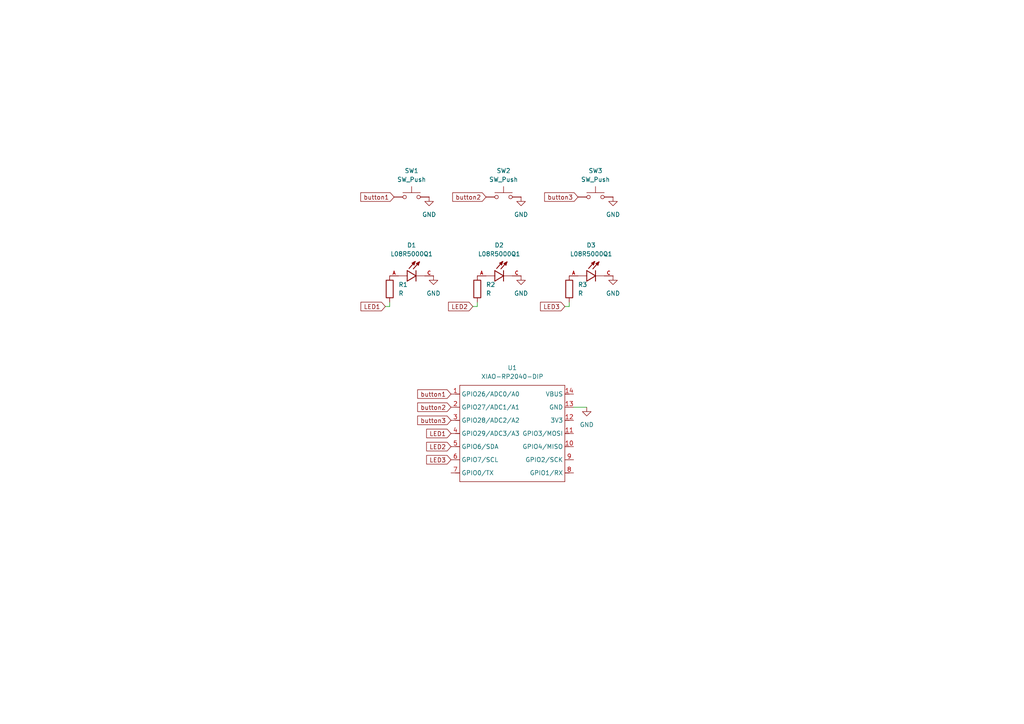
<source format=kicad_sch>
(kicad_sch
	(version 20250114)
	(generator "eeschema")
	(generator_version "9.0")
	(uuid "883f3e4b-8cf5-43e1-9543-89cbd9807772")
	(paper "A4")
	(lib_symbols
		(symbol "Device:R"
			(pin_numbers
				(hide yes)
			)
			(pin_names
				(offset 0)
			)
			(exclude_from_sim no)
			(in_bom yes)
			(on_board yes)
			(property "Reference" "R"
				(at 2.032 0 90)
				(effects
					(font
						(size 1.27 1.27)
					)
				)
			)
			(property "Value" "R"
				(at 0 0 90)
				(effects
					(font
						(size 1.27 1.27)
					)
				)
			)
			(property "Footprint" ""
				(at -1.778 0 90)
				(effects
					(font
						(size 1.27 1.27)
					)
					(hide yes)
				)
			)
			(property "Datasheet" "~"
				(at 0 0 0)
				(effects
					(font
						(size 1.27 1.27)
					)
					(hide yes)
				)
			)
			(property "Description" "Resistor"
				(at 0 0 0)
				(effects
					(font
						(size 1.27 1.27)
					)
					(hide yes)
				)
			)
			(property "ki_keywords" "R res resistor"
				(at 0 0 0)
				(effects
					(font
						(size 1.27 1.27)
					)
					(hide yes)
				)
			)
			(property "ki_fp_filters" "R_*"
				(at 0 0 0)
				(effects
					(font
						(size 1.27 1.27)
					)
					(hide yes)
				)
			)
			(symbol "R_0_1"
				(rectangle
					(start -1.016 -2.54)
					(end 1.016 2.54)
					(stroke
						(width 0.254)
						(type default)
					)
					(fill
						(type none)
					)
				)
			)
			(symbol "R_1_1"
				(pin passive line
					(at 0 3.81 270)
					(length 1.27)
					(name "~"
						(effects
							(font
								(size 1.27 1.27)
							)
						)
					)
					(number "1"
						(effects
							(font
								(size 1.27 1.27)
							)
						)
					)
				)
				(pin passive line
					(at 0 -3.81 90)
					(length 1.27)
					(name "~"
						(effects
							(font
								(size 1.27 1.27)
							)
						)
					)
					(number "2"
						(effects
							(font
								(size 1.27 1.27)
							)
						)
					)
				)
			)
			(embedded_fonts no)
		)
		(symbol "L08R5000Q1:L08R5000Q1"
			(pin_names
				(offset 1.016)
			)
			(exclude_from_sim no)
			(in_bom yes)
			(on_board yes)
			(property "Reference" "D"
				(at -3.0988 4.4958 0)
				(effects
					(font
						(size 1.27 1.27)
					)
					(justify left bottom)
				)
			)
			(property "Value" "L08R5000Q1"
				(at -3.556 -3.302 0)
				(effects
					(font
						(size 1.27 1.27)
					)
					(justify left bottom)
				)
			)
			(property "Footprint" "L08R5000Q1:LEDRD254W57D500H1070"
				(at 0 0 0)
				(effects
					(font
						(size 1.27 1.27)
					)
					(justify bottom)
					(hide yes)
				)
			)
			(property "Datasheet" ""
				(at 0 0 0)
				(effects
					(font
						(size 1.27 1.27)
					)
					(hide yes)
				)
			)
			(property "Description" ""
				(at 0 0 0)
				(effects
					(font
						(size 1.27 1.27)
					)
					(hide yes)
				)
			)
			(property "MF" "LED Technology"
				(at 0 0 0)
				(effects
					(font
						(size 1.27 1.27)
					)
					(justify bottom)
					(hide yes)
				)
			)
			(property "MAXIMUM_PACKAGE_HEIGHT" "10.7mm"
				(at 0 0 0)
				(effects
					(font
						(size 1.27 1.27)
					)
					(justify bottom)
					(hide yes)
				)
			)
			(property "Package" "None"
				(at 0 0 0)
				(effects
					(font
						(size 1.27 1.27)
					)
					(justify bottom)
					(hide yes)
				)
			)
			(property "Price" "None"
				(at 0 0 0)
				(effects
					(font
						(size 1.27 1.27)
					)
					(justify bottom)
					(hide yes)
				)
			)
			(property "Check_prices" "https://www.snapeda.com/parts/L08R5000Q1/LED+Technology/view-part/?ref=eda"
				(at 0 0 0)
				(effects
					(font
						(size 1.27 1.27)
					)
					(justify bottom)
					(hide yes)
				)
			)
			(property "STANDARD" "IPC-7351B"
				(at 0 0 0)
				(effects
					(font
						(size 1.27 1.27)
					)
					(justify bottom)
					(hide yes)
				)
			)
			(property "PARTREV" "NA"
				(at 0 0 0)
				(effects
					(font
						(size 1.27 1.27)
					)
					(justify bottom)
					(hide yes)
				)
			)
			(property "SnapEDA_Link" "https://www.snapeda.com/parts/L08R5000Q1/LED+Technology/view-part/?ref=snap"
				(at 0 0 0)
				(effects
					(font
						(size 1.27 1.27)
					)
					(justify bottom)
					(hide yes)
				)
			)
			(property "MP" "L08R5000Q1"
				(at 0 0 0)
				(effects
					(font
						(size 1.27 1.27)
					)
					(justify bottom)
					(hide yes)
				)
			)
			(property "Description_1" "LED, 5MM, ORANGE; LED / Lamp Size: 5mm / T-1 3/4; LED Colour: Orange; Typ Luminous Intensity: 4.3mcd; Viewing Angle: ..."
				(at 0 0 0)
				(effects
					(font
						(size 1.27 1.27)
					)
					(justify bottom)
					(hide yes)
				)
			)
			(property "Availability" "Not in stock"
				(at 0 0 0)
				(effects
					(font
						(size 1.27 1.27)
					)
					(justify bottom)
					(hide yes)
				)
			)
			(property "MANUFACTURER" "LED TECHNOLOGY"
				(at 0 0 0)
				(effects
					(font
						(size 1.27 1.27)
					)
					(justify bottom)
					(hide yes)
				)
			)
			(symbol "L08R5000Q1_0_0"
				(polyline
					(pts
						(xy -2.54 1.524) (xy -2.54 0)
					)
					(stroke
						(width 0.254)
						(type default)
					)
					(fill
						(type none)
					)
				)
				(polyline
					(pts
						(xy -2.54 0) (xy -5.08 0)
					)
					(stroke
						(width 0.1524)
						(type default)
					)
					(fill
						(type none)
					)
				)
				(polyline
					(pts
						(xy -2.54 0) (xy -2.54 -1.524)
					)
					(stroke
						(width 0.254)
						(type default)
					)
					(fill
						(type none)
					)
				)
				(polyline
					(pts
						(xy -2.54 -1.524) (xy 0 0)
					)
					(stroke
						(width 0.254)
						(type default)
					)
					(fill
						(type none)
					)
				)
				(polyline
					(pts
						(xy -1.1176 3.683) (xy -0.2286 4.1656)
					)
					(stroke
						(width 0.254)
						(type default)
					)
					(fill
						(type none)
					)
				)
				(polyline
					(pts
						(xy -0.9398 3.6068) (xy -0.7112 3.7592)
					)
					(stroke
						(width 0.254)
						(type default)
					)
					(fill
						(type none)
					)
				)
				(polyline
					(pts
						(xy -0.5588 3.2004) (xy -1.1176 3.683)
					)
					(stroke
						(width 0.254)
						(type default)
					)
					(fill
						(type none)
					)
				)
				(polyline
					(pts
						(xy -0.5588 3.2004) (xy -0.5334 3.937)
					)
					(stroke
						(width 0.254)
						(type default)
					)
					(fill
						(type none)
					)
				)
				(polyline
					(pts
						(xy -0.5334 3.937) (xy -0.6604 3.937)
					)
					(stroke
						(width 0.254)
						(type default)
					)
					(fill
						(type none)
					)
				)
				(polyline
					(pts
						(xy -0.2286 4.1656) (xy -2.0066 2.1336)
					)
					(stroke
						(width 0.254)
						(type default)
					)
					(fill
						(type none)
					)
				)
				(polyline
					(pts
						(xy -0.2286 4.1656) (xy -0.5588 3.2004)
					)
					(stroke
						(width 0.254)
						(type default)
					)
					(fill
						(type none)
					)
				)
				(polyline
					(pts
						(xy 0 1.524) (xy 0 0)
					)
					(stroke
						(width 0.254)
						(type default)
					)
					(fill
						(type none)
					)
				)
				(polyline
					(pts
						(xy 0 0) (xy -2.54 1.524)
					)
					(stroke
						(width 0.254)
						(type default)
					)
					(fill
						(type none)
					)
				)
				(polyline
					(pts
						(xy 0 0) (xy 0 -1.524)
					)
					(stroke
						(width 0.254)
						(type default)
					)
					(fill
						(type none)
					)
				)
				(polyline
					(pts
						(xy 0.127 3.5814) (xy 1.016 4.064)
					)
					(stroke
						(width 0.254)
						(type default)
					)
					(fill
						(type none)
					)
				)
				(polyline
					(pts
						(xy 0.3048 3.5052) (xy 0.5334 3.6576)
					)
					(stroke
						(width 0.254)
						(type default)
					)
					(fill
						(type none)
					)
				)
				(polyline
					(pts
						(xy 0.6858 3.0988) (xy 0.127 3.5814)
					)
					(stroke
						(width 0.254)
						(type default)
					)
					(fill
						(type none)
					)
				)
				(polyline
					(pts
						(xy 0.6858 3.0988) (xy 0.7112 3.8354)
					)
					(stroke
						(width 0.254)
						(type default)
					)
					(fill
						(type none)
					)
				)
				(polyline
					(pts
						(xy 0.7112 3.8354) (xy 0.5842 3.8354)
					)
					(stroke
						(width 0.254)
						(type default)
					)
					(fill
						(type none)
					)
				)
				(polyline
					(pts
						(xy 1.016 4.064) (xy -0.762 2.032)
					)
					(stroke
						(width 0.254)
						(type default)
					)
					(fill
						(type none)
					)
				)
				(polyline
					(pts
						(xy 1.016 4.064) (xy 0.6858 3.0988)
					)
					(stroke
						(width 0.254)
						(type default)
					)
					(fill
						(type none)
					)
				)
				(polyline
					(pts
						(xy 2.54 0) (xy 0 0)
					)
					(stroke
						(width 0.1524)
						(type default)
					)
					(fill
						(type none)
					)
				)
				(pin passive line
					(at -7.62 0 0)
					(length 2.54)
					(name "~"
						(effects
							(font
								(size 1.016 1.016)
							)
						)
					)
					(number "A"
						(effects
							(font
								(size 1.016 1.016)
							)
						)
					)
				)
				(pin passive line
					(at 5.08 0 180)
					(length 2.54)
					(name "~"
						(effects
							(font
								(size 1.016 1.016)
							)
						)
					)
					(number "C"
						(effects
							(font
								(size 1.016 1.016)
							)
						)
					)
				)
			)
			(embedded_fonts no)
		)
		(symbol "Seeed_Studio_XIAO_Series:XIAO-RP2040-DIP"
			(exclude_from_sim no)
			(in_bom yes)
			(on_board yes)
			(property "Reference" "U"
				(at 0 0 0)
				(effects
					(font
						(size 1.27 1.27)
					)
				)
			)
			(property "Value" "XIAO-RP2040-DIP"
				(at 5.334 -1.778 0)
				(effects
					(font
						(size 1.27 1.27)
					)
				)
			)
			(property "Footprint" "Module:MOUDLE14P-XIAO-DIP-SMD"
				(at 14.478 -32.258 0)
				(effects
					(font
						(size 1.27 1.27)
					)
					(hide yes)
				)
			)
			(property "Datasheet" ""
				(at 0 0 0)
				(effects
					(font
						(size 1.27 1.27)
					)
					(hide yes)
				)
			)
			(property "Description" ""
				(at 0 0 0)
				(effects
					(font
						(size 1.27 1.27)
					)
					(hide yes)
				)
			)
			(symbol "XIAO-RP2040-DIP_1_0"
				(polyline
					(pts
						(xy -1.27 -2.54) (xy 29.21 -2.54)
					)
					(stroke
						(width 0.1524)
						(type solid)
					)
					(fill
						(type none)
					)
				)
				(polyline
					(pts
						(xy -1.27 -5.08) (xy -2.54 -5.08)
					)
					(stroke
						(width 0.1524)
						(type solid)
					)
					(fill
						(type none)
					)
				)
				(polyline
					(pts
						(xy -1.27 -5.08) (xy -1.27 -2.54)
					)
					(stroke
						(width 0.1524)
						(type solid)
					)
					(fill
						(type none)
					)
				)
				(polyline
					(pts
						(xy -1.27 -8.89) (xy -2.54 -8.89)
					)
					(stroke
						(width 0.1524)
						(type solid)
					)
					(fill
						(type none)
					)
				)
				(polyline
					(pts
						(xy -1.27 -8.89) (xy -1.27 -5.08)
					)
					(stroke
						(width 0.1524)
						(type solid)
					)
					(fill
						(type none)
					)
				)
				(polyline
					(pts
						(xy -1.27 -12.7) (xy -2.54 -12.7)
					)
					(stroke
						(width 0.1524)
						(type solid)
					)
					(fill
						(type none)
					)
				)
				(polyline
					(pts
						(xy -1.27 -12.7) (xy -1.27 -8.89)
					)
					(stroke
						(width 0.1524)
						(type solid)
					)
					(fill
						(type none)
					)
				)
				(polyline
					(pts
						(xy -1.27 -16.51) (xy -2.54 -16.51)
					)
					(stroke
						(width 0.1524)
						(type solid)
					)
					(fill
						(type none)
					)
				)
				(polyline
					(pts
						(xy -1.27 -16.51) (xy -1.27 -12.7)
					)
					(stroke
						(width 0.1524)
						(type solid)
					)
					(fill
						(type none)
					)
				)
				(polyline
					(pts
						(xy -1.27 -20.32) (xy -2.54 -20.32)
					)
					(stroke
						(width 0.1524)
						(type solid)
					)
					(fill
						(type none)
					)
				)
				(polyline
					(pts
						(xy -1.27 -24.13) (xy -2.54 -24.13)
					)
					(stroke
						(width 0.1524)
						(type solid)
					)
					(fill
						(type none)
					)
				)
				(polyline
					(pts
						(xy -1.27 -27.94) (xy -2.54 -27.94)
					)
					(stroke
						(width 0.1524)
						(type solid)
					)
					(fill
						(type none)
					)
				)
				(polyline
					(pts
						(xy -1.27 -30.48) (xy -1.27 -16.51)
					)
					(stroke
						(width 0.1524)
						(type solid)
					)
					(fill
						(type none)
					)
				)
				(polyline
					(pts
						(xy 29.21 -2.54) (xy 29.21 -5.08)
					)
					(stroke
						(width 0.1524)
						(type solid)
					)
					(fill
						(type none)
					)
				)
				(polyline
					(pts
						(xy 29.21 -5.08) (xy 29.21 -8.89)
					)
					(stroke
						(width 0.1524)
						(type solid)
					)
					(fill
						(type none)
					)
				)
				(polyline
					(pts
						(xy 29.21 -8.89) (xy 29.21 -12.7)
					)
					(stroke
						(width 0.1524)
						(type solid)
					)
					(fill
						(type none)
					)
				)
				(polyline
					(pts
						(xy 29.21 -12.7) (xy 29.21 -30.48)
					)
					(stroke
						(width 0.1524)
						(type solid)
					)
					(fill
						(type none)
					)
				)
				(polyline
					(pts
						(xy 29.21 -30.48) (xy -1.27 -30.48)
					)
					(stroke
						(width 0.1524)
						(type solid)
					)
					(fill
						(type none)
					)
				)
				(polyline
					(pts
						(xy 30.48 -5.08) (xy 29.21 -5.08)
					)
					(stroke
						(width 0.1524)
						(type solid)
					)
					(fill
						(type none)
					)
				)
				(polyline
					(pts
						(xy 30.48 -8.89) (xy 29.21 -8.89)
					)
					(stroke
						(width 0.1524)
						(type solid)
					)
					(fill
						(type none)
					)
				)
				(polyline
					(pts
						(xy 30.48 -12.7) (xy 29.21 -12.7)
					)
					(stroke
						(width 0.1524)
						(type solid)
					)
					(fill
						(type none)
					)
				)
				(polyline
					(pts
						(xy 30.48 -16.51) (xy 29.21 -16.51)
					)
					(stroke
						(width 0.1524)
						(type solid)
					)
					(fill
						(type none)
					)
				)
				(polyline
					(pts
						(xy 30.48 -20.32) (xy 29.21 -20.32)
					)
					(stroke
						(width 0.1524)
						(type solid)
					)
					(fill
						(type none)
					)
				)
				(polyline
					(pts
						(xy 30.48 -24.13) (xy 29.21 -24.13)
					)
					(stroke
						(width 0.1524)
						(type solid)
					)
					(fill
						(type none)
					)
				)
				(polyline
					(pts
						(xy 30.48 -27.94) (xy 29.21 -27.94)
					)
					(stroke
						(width 0.1524)
						(type solid)
					)
					(fill
						(type none)
					)
				)
				(pin passive line
					(at -3.81 -5.08 0)
					(length 2.54)
					(name "GPIO26/ADC0/A0"
						(effects
							(font
								(size 1.27 1.27)
							)
						)
					)
					(number "1"
						(effects
							(font
								(size 1.27 1.27)
							)
						)
					)
				)
				(pin passive line
					(at -3.81 -8.89 0)
					(length 2.54)
					(name "GPIO27/ADC1/A1"
						(effects
							(font
								(size 1.27 1.27)
							)
						)
					)
					(number "2"
						(effects
							(font
								(size 1.27 1.27)
							)
						)
					)
				)
				(pin passive line
					(at -3.81 -12.7 0)
					(length 2.54)
					(name "GPIO28/ADC2/A2"
						(effects
							(font
								(size 1.27 1.27)
							)
						)
					)
					(number "3"
						(effects
							(font
								(size 1.27 1.27)
							)
						)
					)
				)
				(pin passive line
					(at -3.81 -16.51 0)
					(length 2.54)
					(name "GPIO29/ADC3/A3"
						(effects
							(font
								(size 1.27 1.27)
							)
						)
					)
					(number "4"
						(effects
							(font
								(size 1.27 1.27)
							)
						)
					)
				)
				(pin passive line
					(at -3.81 -20.32 0)
					(length 2.54)
					(name "GPIO6/SDA"
						(effects
							(font
								(size 1.27 1.27)
							)
						)
					)
					(number "5"
						(effects
							(font
								(size 1.27 1.27)
							)
						)
					)
				)
				(pin passive line
					(at -3.81 -24.13 0)
					(length 2.54)
					(name "GPIO7/SCL"
						(effects
							(font
								(size 1.27 1.27)
							)
						)
					)
					(number "6"
						(effects
							(font
								(size 1.27 1.27)
							)
						)
					)
				)
				(pin passive line
					(at -3.81 -27.94 0)
					(length 2.54)
					(name "GPIO0/TX"
						(effects
							(font
								(size 1.27 1.27)
							)
						)
					)
					(number "7"
						(effects
							(font
								(size 1.27 1.27)
							)
						)
					)
				)
				(pin passive line
					(at 31.75 -5.08 180)
					(length 2.54)
					(name "VBUS"
						(effects
							(font
								(size 1.27 1.27)
							)
						)
					)
					(number "14"
						(effects
							(font
								(size 1.27 1.27)
							)
						)
					)
				)
				(pin passive line
					(at 31.75 -8.89 180)
					(length 2.54)
					(name "GND"
						(effects
							(font
								(size 1.27 1.27)
							)
						)
					)
					(number "13"
						(effects
							(font
								(size 1.27 1.27)
							)
						)
					)
				)
				(pin passive line
					(at 31.75 -12.7 180)
					(length 2.54)
					(name "3V3"
						(effects
							(font
								(size 1.27 1.27)
							)
						)
					)
					(number "12"
						(effects
							(font
								(size 1.27 1.27)
							)
						)
					)
				)
				(pin passive line
					(at 31.75 -16.51 180)
					(length 2.54)
					(name "GPIO3/MOSI"
						(effects
							(font
								(size 1.27 1.27)
							)
						)
					)
					(number "11"
						(effects
							(font
								(size 1.27 1.27)
							)
						)
					)
				)
				(pin passive line
					(at 31.75 -20.32 180)
					(length 2.54)
					(name "GPIO4/MISO"
						(effects
							(font
								(size 1.27 1.27)
							)
						)
					)
					(number "10"
						(effects
							(font
								(size 1.27 1.27)
							)
						)
					)
				)
				(pin passive line
					(at 31.75 -24.13 180)
					(length 2.54)
					(name "GPIO2/SCK"
						(effects
							(font
								(size 1.27 1.27)
							)
						)
					)
					(number "9"
						(effects
							(font
								(size 1.27 1.27)
							)
						)
					)
				)
				(pin passive line
					(at 31.75 -27.94 180)
					(length 2.54)
					(name "GPIO1/RX"
						(effects
							(font
								(size 1.27 1.27)
							)
						)
					)
					(number "8"
						(effects
							(font
								(size 1.27 1.27)
							)
						)
					)
				)
			)
			(embedded_fonts no)
		)
		(symbol "Switch:SW_Push"
			(pin_numbers
				(hide yes)
			)
			(pin_names
				(offset 1.016)
				(hide yes)
			)
			(exclude_from_sim no)
			(in_bom yes)
			(on_board yes)
			(property "Reference" "SW"
				(at 1.27 2.54 0)
				(effects
					(font
						(size 1.27 1.27)
					)
					(justify left)
				)
			)
			(property "Value" "SW_Push"
				(at 0 -1.524 0)
				(effects
					(font
						(size 1.27 1.27)
					)
				)
			)
			(property "Footprint" ""
				(at 0 5.08 0)
				(effects
					(font
						(size 1.27 1.27)
					)
					(hide yes)
				)
			)
			(property "Datasheet" "~"
				(at 0 5.08 0)
				(effects
					(font
						(size 1.27 1.27)
					)
					(hide yes)
				)
			)
			(property "Description" "Push button switch, generic, two pins"
				(at 0 0 0)
				(effects
					(font
						(size 1.27 1.27)
					)
					(hide yes)
				)
			)
			(property "ki_keywords" "switch normally-open pushbutton push-button"
				(at 0 0 0)
				(effects
					(font
						(size 1.27 1.27)
					)
					(hide yes)
				)
			)
			(symbol "SW_Push_0_1"
				(circle
					(center -2.032 0)
					(radius 0.508)
					(stroke
						(width 0)
						(type default)
					)
					(fill
						(type none)
					)
				)
				(polyline
					(pts
						(xy 0 1.27) (xy 0 3.048)
					)
					(stroke
						(width 0)
						(type default)
					)
					(fill
						(type none)
					)
				)
				(circle
					(center 2.032 0)
					(radius 0.508)
					(stroke
						(width 0)
						(type default)
					)
					(fill
						(type none)
					)
				)
				(polyline
					(pts
						(xy 2.54 1.27) (xy -2.54 1.27)
					)
					(stroke
						(width 0)
						(type default)
					)
					(fill
						(type none)
					)
				)
				(pin passive line
					(at -5.08 0 0)
					(length 2.54)
					(name "1"
						(effects
							(font
								(size 1.27 1.27)
							)
						)
					)
					(number "1"
						(effects
							(font
								(size 1.27 1.27)
							)
						)
					)
				)
				(pin passive line
					(at 5.08 0 180)
					(length 2.54)
					(name "2"
						(effects
							(font
								(size 1.27 1.27)
							)
						)
					)
					(number "2"
						(effects
							(font
								(size 1.27 1.27)
							)
						)
					)
				)
			)
			(embedded_fonts no)
		)
		(symbol "power:GND"
			(power)
			(pin_numbers
				(hide yes)
			)
			(pin_names
				(offset 0)
				(hide yes)
			)
			(exclude_from_sim no)
			(in_bom yes)
			(on_board yes)
			(property "Reference" "#PWR"
				(at 0 -6.35 0)
				(effects
					(font
						(size 1.27 1.27)
					)
					(hide yes)
				)
			)
			(property "Value" "GND"
				(at 0 -3.81 0)
				(effects
					(font
						(size 1.27 1.27)
					)
				)
			)
			(property "Footprint" ""
				(at 0 0 0)
				(effects
					(font
						(size 1.27 1.27)
					)
					(hide yes)
				)
			)
			(property "Datasheet" ""
				(at 0 0 0)
				(effects
					(font
						(size 1.27 1.27)
					)
					(hide yes)
				)
			)
			(property "Description" "Power symbol creates a global label with name \"GND\" , ground"
				(at 0 0 0)
				(effects
					(font
						(size 1.27 1.27)
					)
					(hide yes)
				)
			)
			(property "ki_keywords" "global power"
				(at 0 0 0)
				(effects
					(font
						(size 1.27 1.27)
					)
					(hide yes)
				)
			)
			(symbol "GND_0_1"
				(polyline
					(pts
						(xy 0 0) (xy 0 -1.27) (xy 1.27 -1.27) (xy 0 -2.54) (xy -1.27 -1.27) (xy 0 -1.27)
					)
					(stroke
						(width 0)
						(type default)
					)
					(fill
						(type none)
					)
				)
			)
			(symbol "GND_1_1"
				(pin power_in line
					(at 0 0 270)
					(length 0)
					(name "~"
						(effects
							(font
								(size 1.27 1.27)
							)
						)
					)
					(number "1"
						(effects
							(font
								(size 1.27 1.27)
							)
						)
					)
				)
			)
			(embedded_fonts no)
		)
	)
	(wire
		(pts
			(xy 111.76 88.9) (xy 113.03 88.9)
		)
		(stroke
			(width 0)
			(type default)
		)
		(uuid "2c2a089a-80f6-4e68-a61e-6cbad0692261")
	)
	(wire
		(pts
			(xy 137.16 88.9) (xy 138.43 88.9)
		)
		(stroke
			(width 0)
			(type default)
		)
		(uuid "5ac5caa8-c025-4ee1-ae9d-da9183005014")
	)
	(wire
		(pts
			(xy 165.1 88.9) (xy 165.1 87.63)
		)
		(stroke
			(width 0)
			(type default)
		)
		(uuid "9104534c-235d-4aa1-b805-76e144a27de7")
	)
	(wire
		(pts
			(xy 113.03 88.9) (xy 113.03 87.63)
		)
		(stroke
			(width 0)
			(type default)
		)
		(uuid "b4b5ca11-fd3e-4ce6-a355-300fe1e945e5")
	)
	(wire
		(pts
			(xy 138.43 88.9) (xy 138.43 87.63)
		)
		(stroke
			(width 0)
			(type default)
		)
		(uuid "b7d50400-f5a5-48b1-84ad-23293e2291a3")
	)
	(wire
		(pts
			(xy 163.83 88.9) (xy 165.1 88.9)
		)
		(stroke
			(width 0)
			(type default)
		)
		(uuid "f881d46b-fd48-4598-be0f-91500270d785")
	)
	(wire
		(pts
			(xy 170.18 118.11) (xy 166.37 118.11)
		)
		(stroke
			(width 0)
			(type default)
		)
		(uuid "fd816494-e8c4-4f59-baf8-c3dcded227cf")
	)
	(global_label "button1"
		(shape input)
		(at 130.81 114.3 180)
		(fields_autoplaced yes)
		(effects
			(font
				(size 1.27 1.27)
			)
			(justify right)
		)
		(uuid "23a18671-ed80-4721-9285-1df10c44d57b")
		(property "Intersheetrefs" "${INTERSHEET_REFS}"
			(at 120.5679 114.3 0)
			(effects
				(font
					(size 1.27 1.27)
				)
				(justify right)
				(hide yes)
			)
		)
	)
	(global_label "button1"
		(shape input)
		(at 114.3 57.15 180)
		(fields_autoplaced yes)
		(effects
			(font
				(size 1.27 1.27)
			)
			(justify right)
		)
		(uuid "25bab6b1-04a2-4759-b377-e88d588b80bc")
		(property "Intersheetrefs" "${INTERSHEET_REFS}"
			(at 104.0579 57.15 0)
			(effects
				(font
					(size 1.27 1.27)
				)
				(justify right)
				(hide yes)
			)
		)
	)
	(global_label "LED3"
		(shape input)
		(at 130.81 133.35 180)
		(fields_autoplaced yes)
		(effects
			(font
				(size 1.27 1.27)
			)
			(justify right)
		)
		(uuid "26ea9f6a-89eb-483c-8d3d-24eff2f43f31")
		(property "Intersheetrefs" "${INTERSHEET_REFS}"
			(at 123.1682 133.35 0)
			(effects
				(font
					(size 1.27 1.27)
				)
				(justify right)
				(hide yes)
			)
		)
	)
	(global_label "button2"
		(shape input)
		(at 130.81 118.11 180)
		(fields_autoplaced yes)
		(effects
			(font
				(size 1.27 1.27)
			)
			(justify right)
		)
		(uuid "2beef77a-b416-4e3f-8e11-61119a8eff5d")
		(property "Intersheetrefs" "${INTERSHEET_REFS}"
			(at 120.5679 118.11 0)
			(effects
				(font
					(size 1.27 1.27)
				)
				(justify right)
				(hide yes)
			)
		)
	)
	(global_label "button3"
		(shape input)
		(at 130.81 121.92 180)
		(fields_autoplaced yes)
		(effects
			(font
				(size 1.27 1.27)
			)
			(justify right)
		)
		(uuid "2cb25752-0f8f-4a67-82fd-8998fcaaa258")
		(property "Intersheetrefs" "${INTERSHEET_REFS}"
			(at 120.5679 121.92 0)
			(effects
				(font
					(size 1.27 1.27)
				)
				(justify right)
				(hide yes)
			)
		)
	)
	(global_label "LED2"
		(shape input)
		(at 130.81 129.54 180)
		(fields_autoplaced yes)
		(effects
			(font
				(size 1.27 1.27)
			)
			(justify right)
		)
		(uuid "373b83b1-c361-417a-a0f6-e562378b99b7")
		(property "Intersheetrefs" "${INTERSHEET_REFS}"
			(at 123.1682 129.54 0)
			(effects
				(font
					(size 1.27 1.27)
				)
				(justify right)
				(hide yes)
			)
		)
	)
	(global_label "LED3"
		(shape input)
		(at 163.83 88.9 180)
		(fields_autoplaced yes)
		(effects
			(font
				(size 1.27 1.27)
			)
			(justify right)
		)
		(uuid "3e01ee87-2192-4479-9ba9-14870b642dbf")
		(property "Intersheetrefs" "${INTERSHEET_REFS}"
			(at 156.1882 88.9 0)
			(effects
				(font
					(size 1.27 1.27)
				)
				(justify right)
				(hide yes)
			)
		)
	)
	(global_label "LED2"
		(shape input)
		(at 137.16 88.9 180)
		(fields_autoplaced yes)
		(effects
			(font
				(size 1.27 1.27)
			)
			(justify right)
		)
		(uuid "4cc1cc1f-9ddb-4a45-9c9f-1a33c18712c1")
		(property "Intersheetrefs" "${INTERSHEET_REFS}"
			(at 129.5182 88.9 0)
			(effects
				(font
					(size 1.27 1.27)
				)
				(justify right)
				(hide yes)
			)
		)
	)
	(global_label "button2"
		(shape input)
		(at 140.97 57.15 180)
		(fields_autoplaced yes)
		(effects
			(font
				(size 1.27 1.27)
			)
			(justify right)
		)
		(uuid "52366ccb-b667-41e6-bc23-8914ad533d8d")
		(property "Intersheetrefs" "${INTERSHEET_REFS}"
			(at 130.7279 57.15 0)
			(effects
				(font
					(size 1.27 1.27)
				)
				(justify right)
				(hide yes)
			)
		)
	)
	(global_label "LED1"
		(shape input)
		(at 111.76 88.9 180)
		(fields_autoplaced yes)
		(effects
			(font
				(size 1.27 1.27)
			)
			(justify right)
		)
		(uuid "8959e9cf-ba33-4153-854e-3a5a9d0a58df")
		(property "Intersheetrefs" "${INTERSHEET_REFS}"
			(at 104.1182 88.9 0)
			(effects
				(font
					(size 1.27 1.27)
				)
				(justify right)
				(hide yes)
			)
		)
	)
	(global_label "button3"
		(shape input)
		(at 167.64 57.15 180)
		(fields_autoplaced yes)
		(effects
			(font
				(size 1.27 1.27)
			)
			(justify right)
		)
		(uuid "a903530e-86e1-42a1-91d5-15651df0fe1a")
		(property "Intersheetrefs" "${INTERSHEET_REFS}"
			(at 157.3979 57.15 0)
			(effects
				(font
					(size 1.27 1.27)
				)
				(justify right)
				(hide yes)
			)
		)
	)
	(global_label "LED1"
		(shape input)
		(at 130.81 125.73 180)
		(fields_autoplaced yes)
		(effects
			(font
				(size 1.27 1.27)
			)
			(justify right)
		)
		(uuid "d3147957-b959-4917-b47c-ca17f2902e79")
		(property "Intersheetrefs" "${INTERSHEET_REFS}"
			(at 123.1682 125.73 0)
			(effects
				(font
					(size 1.27 1.27)
				)
				(justify right)
				(hide yes)
			)
		)
	)
	(symbol
		(lib_id "Device:R")
		(at 113.03 83.82 0)
		(unit 1)
		(exclude_from_sim no)
		(in_bom yes)
		(on_board yes)
		(dnp no)
		(fields_autoplaced yes)
		(uuid "090d0142-f798-435d-93e4-1b4ad81e1be0")
		(property "Reference" "R1"
			(at 115.57 82.5499 0)
			(effects
				(font
					(size 1.27 1.27)
				)
				(justify left)
			)
		)
		(property "Value" "R"
			(at 115.57 85.0899 0)
			(effects
				(font
					(size 1.27 1.27)
				)
				(justify left)
			)
		)
		(property "Footprint" "Resistor_THT:R_Axial_DIN0204_L3.6mm_D1.6mm_P5.08mm_Horizontal"
			(at 111.252 83.82 90)
			(effects
				(font
					(size 1.27 1.27)
				)
				(hide yes)
			)
		)
		(property "Datasheet" "~"
			(at 113.03 83.82 0)
			(effects
				(font
					(size 1.27 1.27)
				)
				(hide yes)
			)
		)
		(property "Description" "Resistor"
			(at 113.03 83.82 0)
			(effects
				(font
					(size 1.27 1.27)
				)
				(hide yes)
			)
		)
		(pin "1"
			(uuid "b1e53adc-6d1f-4e34-8ad9-1b84cba11571")
		)
		(pin "2"
			(uuid "f5d75b91-1adb-479e-8fef-5b25ed1bb1d2")
		)
		(instances
			(project ""
				(path "/883f3e4b-8cf5-43e1-9543-89cbd9807772"
					(reference "R1")
					(unit 1)
				)
			)
		)
	)
	(symbol
		(lib_id "L08R5000Q1:L08R5000Q1")
		(at 172.72 80.01 0)
		(unit 1)
		(exclude_from_sim no)
		(in_bom yes)
		(on_board yes)
		(dnp no)
		(fields_autoplaced yes)
		(uuid "0f8f631a-7426-4c99-b408-7dd8c07fd131")
		(property "Reference" "D3"
			(at 171.45 71.12 0)
			(effects
				(font
					(size 1.27 1.27)
				)
			)
		)
		(property "Value" "L08R5000Q1"
			(at 171.45 73.66 0)
			(effects
				(font
					(size 1.27 1.27)
				)
			)
		)
		(property "Footprint" "footprints:LEDRD254W57D500H1070"
			(at 172.72 80.01 0)
			(effects
				(font
					(size 1.27 1.27)
				)
				(justify bottom)
				(hide yes)
			)
		)
		(property "Datasheet" ""
			(at 172.72 80.01 0)
			(effects
				(font
					(size 1.27 1.27)
				)
				(hide yes)
			)
		)
		(property "Description" ""
			(at 172.72 80.01 0)
			(effects
				(font
					(size 1.27 1.27)
				)
				(hide yes)
			)
		)
		(property "MF" "LED Technology"
			(at 172.72 80.01 0)
			(effects
				(font
					(size 1.27 1.27)
				)
				(justify bottom)
				(hide yes)
			)
		)
		(property "MAXIMUM_PACKAGE_HEIGHT" "10.7mm"
			(at 172.72 80.01 0)
			(effects
				(font
					(size 1.27 1.27)
				)
				(justify bottom)
				(hide yes)
			)
		)
		(property "Package" "None"
			(at 172.72 80.01 0)
			(effects
				(font
					(size 1.27 1.27)
				)
				(justify bottom)
				(hide yes)
			)
		)
		(property "Price" "None"
			(at 172.72 80.01 0)
			(effects
				(font
					(size 1.27 1.27)
				)
				(justify bottom)
				(hide yes)
			)
		)
		(property "Check_prices" "https://www.snapeda.com/parts/L08R5000Q1/LED+Technology/view-part/?ref=eda"
			(at 172.72 80.01 0)
			(effects
				(font
					(size 1.27 1.27)
				)
				(justify bottom)
				(hide yes)
			)
		)
		(property "STANDARD" "IPC-7351B"
			(at 172.72 80.01 0)
			(effects
				(font
					(size 1.27 1.27)
				)
				(justify bottom)
				(hide yes)
			)
		)
		(property "PARTREV" "NA"
			(at 172.72 80.01 0)
			(effects
				(font
					(size 1.27 1.27)
				)
				(justify bottom)
				(hide yes)
			)
		)
		(property "SnapEDA_Link" "https://www.snapeda.com/parts/L08R5000Q1/LED+Technology/view-part/?ref=snap"
			(at 172.72 80.01 0)
			(effects
				(font
					(size 1.27 1.27)
				)
				(justify bottom)
				(hide yes)
			)
		)
		(property "MP" "L08R5000Q1"
			(at 172.72 80.01 0)
			(effects
				(font
					(size 1.27 1.27)
				)
				(justify bottom)
				(hide yes)
			)
		)
		(property "Description_1" "LED, 5MM, ORANGE; LED / Lamp Size: 5mm / T-1 3/4; LED Colour: Orange; Typ Luminous Intensity: 4.3mcd; Viewing Angle: ..."
			(at 172.72 80.01 0)
			(effects
				(font
					(size 1.27 1.27)
				)
				(justify bottom)
				(hide yes)
			)
		)
		(property "Availability" "Not in stock"
			(at 172.72 80.01 0)
			(effects
				(font
					(size 1.27 1.27)
				)
				(justify bottom)
				(hide yes)
			)
		)
		(property "MANUFACTURER" "LED TECHNOLOGY"
			(at 172.72 80.01 0)
			(effects
				(font
					(size 1.27 1.27)
				)
				(justify bottom)
				(hide yes)
			)
		)
		(pin "C"
			(uuid "8a115cac-9d81-4374-87bd-c4591f84684f")
		)
		(pin "A"
			(uuid "00bdb99d-53f9-4eaf-a9c3-ddcb4df835dd")
		)
		(instances
			(project ""
				(path "/883f3e4b-8cf5-43e1-9543-89cbd9807772"
					(reference "D3")
					(unit 1)
				)
			)
		)
	)
	(symbol
		(lib_id "power:GND")
		(at 177.8 57.15 0)
		(unit 1)
		(exclude_from_sim no)
		(in_bom yes)
		(on_board yes)
		(dnp no)
		(fields_autoplaced yes)
		(uuid "25ab72c5-ff5b-49eb-b64b-1848a3fd20d6")
		(property "Reference" "#PWR06"
			(at 177.8 63.5 0)
			(effects
				(font
					(size 1.27 1.27)
				)
				(hide yes)
			)
		)
		(property "Value" "GND"
			(at 177.8 62.23 0)
			(effects
				(font
					(size 1.27 1.27)
				)
			)
		)
		(property "Footprint" ""
			(at 177.8 57.15 0)
			(effects
				(font
					(size 1.27 1.27)
				)
				(hide yes)
			)
		)
		(property "Datasheet" ""
			(at 177.8 57.15 0)
			(effects
				(font
					(size 1.27 1.27)
				)
				(hide yes)
			)
		)
		(property "Description" "Power symbol creates a global label with name \"GND\" , ground"
			(at 177.8 57.15 0)
			(effects
				(font
					(size 1.27 1.27)
				)
				(hide yes)
			)
		)
		(pin "1"
			(uuid "17df9620-1c37-4c2c-8d3c-ea658a7b8ba1")
		)
		(instances
			(project ""
				(path "/883f3e4b-8cf5-43e1-9543-89cbd9807772"
					(reference "#PWR06")
					(unit 1)
				)
			)
		)
	)
	(symbol
		(lib_id "Seeed_Studio_XIAO_Series:XIAO-RP2040-DIP")
		(at 134.62 109.22 0)
		(unit 1)
		(exclude_from_sim no)
		(in_bom yes)
		(on_board yes)
		(dnp no)
		(fields_autoplaced yes)
		(uuid "2b382653-cf6c-41d4-876a-c7bf6a428300")
		(property "Reference" "U1"
			(at 148.59 106.68 0)
			(effects
				(font
					(size 1.27 1.27)
				)
			)
		)
		(property "Value" "XIAO-RP2040-DIP"
			(at 148.59 109.22 0)
			(effects
				(font
					(size 1.27 1.27)
				)
			)
		)
		(property "Footprint" "footprints:XIAO-RP2040-DIP"
			(at 149.098 141.478 0)
			(effects
				(font
					(size 1.27 1.27)
				)
				(hide yes)
			)
		)
		(property "Datasheet" ""
			(at 134.62 109.22 0)
			(effects
				(font
					(size 1.27 1.27)
				)
				(hide yes)
			)
		)
		(property "Description" ""
			(at 134.62 109.22 0)
			(effects
				(font
					(size 1.27 1.27)
				)
				(hide yes)
			)
		)
		(pin "11"
			(uuid "97cd3787-cab8-4db3-aefc-dafd48a80685")
		)
		(pin "13"
			(uuid "a2852727-e853-4bfc-9027-a292196bc654")
		)
		(pin "4"
			(uuid "e00bf796-431b-4970-bef3-2830719997d9")
		)
		(pin "7"
			(uuid "4edc46ff-0344-4b76-b959-ede8d4634378")
		)
		(pin "9"
			(uuid "8aace23d-2bf6-4f8b-ad61-06d5aac1b33c")
		)
		(pin "5"
			(uuid "4515a131-fdd8-4501-a9c9-12c4680fc628")
		)
		(pin "10"
			(uuid "c4603b6f-1af1-4804-8a41-54c8ede97933")
		)
		(pin "6"
			(uuid "0b5f1a49-95ef-4f57-98d2-ad50e4e7133f")
		)
		(pin "14"
			(uuid "f1ac7f20-1625-4ba3-93e8-b4bc1a06b222")
		)
		(pin "1"
			(uuid "2e1e068c-deab-4333-a242-b36156c8a9b7")
		)
		(pin "2"
			(uuid "3b6f8b6f-0114-408d-9c7a-691e4afef5be")
		)
		(pin "3"
			(uuid "d0676f5e-9383-417b-924b-09c82dc2eff6")
		)
		(pin "12"
			(uuid "7a226004-2aa9-47e8-90bd-3b6d7e7aed43")
		)
		(pin "8"
			(uuid "1bde13d7-d03d-4caa-8c4c-bdd5f5d4b614")
		)
		(instances
			(project ""
				(path "/883f3e4b-8cf5-43e1-9543-89cbd9807772"
					(reference "U1")
					(unit 1)
				)
			)
		)
	)
	(symbol
		(lib_id "Switch:SW_Push")
		(at 119.38 57.15 0)
		(unit 1)
		(exclude_from_sim no)
		(in_bom yes)
		(on_board yes)
		(dnp no)
		(fields_autoplaced yes)
		(uuid "418522f4-fac5-46ed-a097-5a4acfc06cc1")
		(property "Reference" "SW1"
			(at 119.38 49.53 0)
			(effects
				(font
					(size 1.27 1.27)
				)
			)
		)
		(property "Value" "SW_Push"
			(at 119.38 52.07 0)
			(effects
				(font
					(size 1.27 1.27)
				)
			)
		)
		(property "Footprint" "Button_Switch_Keyboard:SW_Cherry_MX_1.00u_PCB"
			(at 119.38 52.07 0)
			(effects
				(font
					(size 1.27 1.27)
				)
				(hide yes)
			)
		)
		(property "Datasheet" "~"
			(at 119.38 52.07 0)
			(effects
				(font
					(size 1.27 1.27)
				)
				(hide yes)
			)
		)
		(property "Description" "Push button switch, generic, two pins"
			(at 119.38 57.15 0)
			(effects
				(font
					(size 1.27 1.27)
				)
				(hide yes)
			)
		)
		(pin "1"
			(uuid "9989387b-0645-40bb-9847-dc1004c90b6e")
		)
		(pin "2"
			(uuid "781a6f89-60a5-4dd1-89a3-021c4c51f2d8")
		)
		(instances
			(project ""
				(path "/883f3e4b-8cf5-43e1-9543-89cbd9807772"
					(reference "SW1")
					(unit 1)
				)
			)
		)
	)
	(symbol
		(lib_id "power:GND")
		(at 151.13 80.01 0)
		(unit 1)
		(exclude_from_sim no)
		(in_bom yes)
		(on_board yes)
		(dnp no)
		(fields_autoplaced yes)
		(uuid "47562f5f-3267-42f9-9289-151c2ea70976")
		(property "Reference" "#PWR02"
			(at 151.13 86.36 0)
			(effects
				(font
					(size 1.27 1.27)
				)
				(hide yes)
			)
		)
		(property "Value" "GND"
			(at 151.13 85.09 0)
			(effects
				(font
					(size 1.27 1.27)
				)
			)
		)
		(property "Footprint" ""
			(at 151.13 80.01 0)
			(effects
				(font
					(size 1.27 1.27)
				)
				(hide yes)
			)
		)
		(property "Datasheet" ""
			(at 151.13 80.01 0)
			(effects
				(font
					(size 1.27 1.27)
				)
				(hide yes)
			)
		)
		(property "Description" "Power symbol creates a global label with name \"GND\" , ground"
			(at 151.13 80.01 0)
			(effects
				(font
					(size 1.27 1.27)
				)
				(hide yes)
			)
		)
		(pin "1"
			(uuid "17df9620-1c37-4c2c-8d3c-ea658a7b8ba2")
		)
		(instances
			(project ""
				(path "/883f3e4b-8cf5-43e1-9543-89cbd9807772"
					(reference "#PWR02")
					(unit 1)
				)
			)
		)
	)
	(symbol
		(lib_id "power:GND")
		(at 170.18 118.11 0)
		(unit 1)
		(exclude_from_sim no)
		(in_bom yes)
		(on_board yes)
		(dnp no)
		(fields_autoplaced yes)
		(uuid "63abc74c-a306-426e-9770-14d6b1056871")
		(property "Reference" "#PWR07"
			(at 170.18 124.46 0)
			(effects
				(font
					(size 1.27 1.27)
				)
				(hide yes)
			)
		)
		(property "Value" "GND"
			(at 170.18 123.19 0)
			(effects
				(font
					(size 1.27 1.27)
				)
			)
		)
		(property "Footprint" ""
			(at 170.18 118.11 0)
			(effects
				(font
					(size 1.27 1.27)
				)
				(hide yes)
			)
		)
		(property "Datasheet" ""
			(at 170.18 118.11 0)
			(effects
				(font
					(size 1.27 1.27)
				)
				(hide yes)
			)
		)
		(property "Description" "Power symbol creates a global label with name \"GND\" , ground"
			(at 170.18 118.11 0)
			(effects
				(font
					(size 1.27 1.27)
				)
				(hide yes)
			)
		)
		(pin "1"
			(uuid "cd893bd5-d964-4836-b1c7-4c7e1211024c")
		)
		(instances
			(project ""
				(path "/883f3e4b-8cf5-43e1-9543-89cbd9807772"
					(reference "#PWR07")
					(unit 1)
				)
			)
		)
	)
	(symbol
		(lib_id "Device:R")
		(at 138.43 83.82 0)
		(unit 1)
		(exclude_from_sim no)
		(in_bom yes)
		(on_board yes)
		(dnp no)
		(fields_autoplaced yes)
		(uuid "9a7d79c9-0315-4ea8-a297-36b87814a464")
		(property "Reference" "R2"
			(at 140.97 82.5499 0)
			(effects
				(font
					(size 1.27 1.27)
				)
				(justify left)
			)
		)
		(property "Value" "R"
			(at 140.97 85.0899 0)
			(effects
				(font
					(size 1.27 1.27)
				)
				(justify left)
			)
		)
		(property "Footprint" "Resistor_THT:R_Axial_DIN0204_L3.6mm_D1.6mm_P5.08mm_Horizontal"
			(at 136.652 83.82 90)
			(effects
				(font
					(size 1.27 1.27)
				)
				(hide yes)
			)
		)
		(property "Datasheet" "~"
			(at 138.43 83.82 0)
			(effects
				(font
					(size 1.27 1.27)
				)
				(hide yes)
			)
		)
		(property "Description" "Resistor"
			(at 138.43 83.82 0)
			(effects
				(font
					(size 1.27 1.27)
				)
				(hide yes)
			)
		)
		(pin "1"
			(uuid "b1e53adc-6d1f-4e34-8ad9-1b84cba11572")
		)
		(pin "2"
			(uuid "f5d75b91-1adb-479e-8fef-5b25ed1bb1d3")
		)
		(instances
			(project ""
				(path "/883f3e4b-8cf5-43e1-9543-89cbd9807772"
					(reference "R2")
					(unit 1)
				)
			)
		)
	)
	(symbol
		(lib_id "Switch:SW_Push")
		(at 146.05 57.15 0)
		(unit 1)
		(exclude_from_sim no)
		(in_bom yes)
		(on_board yes)
		(dnp no)
		(fields_autoplaced yes)
		(uuid "9a85c509-bf2a-4c7c-a8ee-b668b30035f2")
		(property "Reference" "SW2"
			(at 146.05 49.53 0)
			(effects
				(font
					(size 1.27 1.27)
				)
			)
		)
		(property "Value" "SW_Push"
			(at 146.05 52.07 0)
			(effects
				(font
					(size 1.27 1.27)
				)
			)
		)
		(property "Footprint" "Button_Switch_Keyboard:SW_Cherry_MX_1.00u_PCB"
			(at 146.05 52.07 0)
			(effects
				(font
					(size 1.27 1.27)
				)
				(hide yes)
			)
		)
		(property "Datasheet" "~"
			(at 146.05 52.07 0)
			(effects
				(font
					(size 1.27 1.27)
				)
				(hide yes)
			)
		)
		(property "Description" "Push button switch, generic, two pins"
			(at 146.05 57.15 0)
			(effects
				(font
					(size 1.27 1.27)
				)
				(hide yes)
			)
		)
		(pin "1"
			(uuid "9989387b-0645-40bb-9847-dc1004c90b6f")
		)
		(pin "2"
			(uuid "781a6f89-60a5-4dd1-89a3-021c4c51f2d9")
		)
		(instances
			(project ""
				(path "/883f3e4b-8cf5-43e1-9543-89cbd9807772"
					(reference "SW2")
					(unit 1)
				)
			)
		)
	)
	(symbol
		(lib_id "power:GND")
		(at 124.46 57.15 0)
		(unit 1)
		(exclude_from_sim no)
		(in_bom yes)
		(on_board yes)
		(dnp no)
		(fields_autoplaced yes)
		(uuid "9c494c9e-c139-410e-b979-c80d212dce53")
		(property "Reference" "#PWR04"
			(at 124.46 63.5 0)
			(effects
				(font
					(size 1.27 1.27)
				)
				(hide yes)
			)
		)
		(property "Value" "GND"
			(at 124.46 62.23 0)
			(effects
				(font
					(size 1.27 1.27)
				)
			)
		)
		(property "Footprint" ""
			(at 124.46 57.15 0)
			(effects
				(font
					(size 1.27 1.27)
				)
				(hide yes)
			)
		)
		(property "Datasheet" ""
			(at 124.46 57.15 0)
			(effects
				(font
					(size 1.27 1.27)
				)
				(hide yes)
			)
		)
		(property "Description" "Power symbol creates a global label with name \"GND\" , ground"
			(at 124.46 57.15 0)
			(effects
				(font
					(size 1.27 1.27)
				)
				(hide yes)
			)
		)
		(pin "1"
			(uuid "17df9620-1c37-4c2c-8d3c-ea658a7b8ba3")
		)
		(instances
			(project ""
				(path "/883f3e4b-8cf5-43e1-9543-89cbd9807772"
					(reference "#PWR04")
					(unit 1)
				)
			)
		)
	)
	(symbol
		(lib_id "Switch:SW_Push")
		(at 172.72 57.15 0)
		(unit 1)
		(exclude_from_sim no)
		(in_bom yes)
		(on_board yes)
		(dnp no)
		(fields_autoplaced yes)
		(uuid "c97821be-6273-477d-9ada-af0fc4074f48")
		(property "Reference" "SW3"
			(at 172.72 49.53 0)
			(effects
				(font
					(size 1.27 1.27)
				)
			)
		)
		(property "Value" "SW_Push"
			(at 172.72 52.07 0)
			(effects
				(font
					(size 1.27 1.27)
				)
			)
		)
		(property "Footprint" "Button_Switch_Keyboard:SW_Cherry_MX_1.00u_PCB"
			(at 172.72 52.07 0)
			(effects
				(font
					(size 1.27 1.27)
				)
				(hide yes)
			)
		)
		(property "Datasheet" "~"
			(at 172.72 52.07 0)
			(effects
				(font
					(size 1.27 1.27)
				)
				(hide yes)
			)
		)
		(property "Description" "Push button switch, generic, two pins"
			(at 172.72 57.15 0)
			(effects
				(font
					(size 1.27 1.27)
				)
				(hide yes)
			)
		)
		(pin "1"
			(uuid "9989387b-0645-40bb-9847-dc1004c90b70")
		)
		(pin "2"
			(uuid "781a6f89-60a5-4dd1-89a3-021c4c51f2da")
		)
		(instances
			(project ""
				(path "/883f3e4b-8cf5-43e1-9543-89cbd9807772"
					(reference "SW3")
					(unit 1)
				)
			)
		)
	)
	(symbol
		(lib_id "L08R5000Q1:L08R5000Q1")
		(at 120.65 80.01 0)
		(unit 1)
		(exclude_from_sim no)
		(in_bom yes)
		(on_board yes)
		(dnp no)
		(fields_autoplaced yes)
		(uuid "cf0e7bce-821f-47cf-bfd5-1f479e88526b")
		(property "Reference" "D1"
			(at 119.38 71.12 0)
			(effects
				(font
					(size 1.27 1.27)
				)
			)
		)
		(property "Value" "L08R5000Q1"
			(at 119.38 73.66 0)
			(effects
				(font
					(size 1.27 1.27)
				)
			)
		)
		(property "Footprint" "footprints:LEDRD254W57D500H1070"
			(at 120.65 80.01 0)
			(effects
				(font
					(size 1.27 1.27)
				)
				(justify bottom)
				(hide yes)
			)
		)
		(property "Datasheet" ""
			(at 120.65 80.01 0)
			(effects
				(font
					(size 1.27 1.27)
				)
				(hide yes)
			)
		)
		(property "Description" ""
			(at 120.65 80.01 0)
			(effects
				(font
					(size 1.27 1.27)
				)
				(hide yes)
			)
		)
		(property "MF" "LED Technology"
			(at 120.65 80.01 0)
			(effects
				(font
					(size 1.27 1.27)
				)
				(justify bottom)
				(hide yes)
			)
		)
		(property "MAXIMUM_PACKAGE_HEIGHT" "10.7mm"
			(at 120.65 80.01 0)
			(effects
				(font
					(size 1.27 1.27)
				)
				(justify bottom)
				(hide yes)
			)
		)
		(property "Package" "None"
			(at 120.65 80.01 0)
			(effects
				(font
					(size 1.27 1.27)
				)
				(justify bottom)
				(hide yes)
			)
		)
		(property "Price" "None"
			(at 120.65 80.01 0)
			(effects
				(font
					(size 1.27 1.27)
				)
				(justify bottom)
				(hide yes)
			)
		)
		(property "Check_prices" "https://www.snapeda.com/parts/L08R5000Q1/LED+Technology/view-part/?ref=eda"
			(at 120.65 80.01 0)
			(effects
				(font
					(size 1.27 1.27)
				)
				(justify bottom)
				(hide yes)
			)
		)
		(property "STANDARD" "IPC-7351B"
			(at 120.65 80.01 0)
			(effects
				(font
					(size 1.27 1.27)
				)
				(justify bottom)
				(hide yes)
			)
		)
		(property "PARTREV" "NA"
			(at 120.65 80.01 0)
			(effects
				(font
					(size 1.27 1.27)
				)
				(justify bottom)
				(hide yes)
			)
		)
		(property "SnapEDA_Link" "https://www.snapeda.com/parts/L08R5000Q1/LED+Technology/view-part/?ref=snap"
			(at 120.65 80.01 0)
			(effects
				(font
					(size 1.27 1.27)
				)
				(justify bottom)
				(hide yes)
			)
		)
		(property "MP" "L08R5000Q1"
			(at 120.65 80.01 0)
			(effects
				(font
					(size 1.27 1.27)
				)
				(justify bottom)
				(hide yes)
			)
		)
		(property "Description_1" "LED, 5MM, ORANGE; LED / Lamp Size: 5mm / T-1 3/4; LED Colour: Orange; Typ Luminous Intensity: 4.3mcd; Viewing Angle: ..."
			(at 120.65 80.01 0)
			(effects
				(font
					(size 1.27 1.27)
				)
				(justify bottom)
				(hide yes)
			)
		)
		(property "Availability" "Not in stock"
			(at 120.65 80.01 0)
			(effects
				(font
					(size 1.27 1.27)
				)
				(justify bottom)
				(hide yes)
			)
		)
		(property "MANUFACTURER" "LED TECHNOLOGY"
			(at 120.65 80.01 0)
			(effects
				(font
					(size 1.27 1.27)
				)
				(justify bottom)
				(hide yes)
			)
		)
		(pin "C"
			(uuid "8a115cac-9d81-4374-87bd-c4591f846850")
		)
		(pin "A"
			(uuid "00bdb99d-53f9-4eaf-a9c3-ddcb4df835de")
		)
		(instances
			(project ""
				(path "/883f3e4b-8cf5-43e1-9543-89cbd9807772"
					(reference "D1")
					(unit 1)
				)
			)
		)
	)
	(symbol
		(lib_id "L08R5000Q1:L08R5000Q1")
		(at 146.05 80.01 0)
		(unit 1)
		(exclude_from_sim no)
		(in_bom yes)
		(on_board yes)
		(dnp no)
		(fields_autoplaced yes)
		(uuid "d43e546d-4971-42d3-ad31-1011466afecc")
		(property "Reference" "D2"
			(at 144.78 71.12 0)
			(effects
				(font
					(size 1.27 1.27)
				)
			)
		)
		(property "Value" "L08R5000Q1"
			(at 144.78 73.66 0)
			(effects
				(font
					(size 1.27 1.27)
				)
			)
		)
		(property "Footprint" "footprints:LEDRD254W57D500H1070"
			(at 146.05 80.01 0)
			(effects
				(font
					(size 1.27 1.27)
				)
				(justify bottom)
				(hide yes)
			)
		)
		(property "Datasheet" ""
			(at 146.05 80.01 0)
			(effects
				(font
					(size 1.27 1.27)
				)
				(hide yes)
			)
		)
		(property "Description" ""
			(at 146.05 80.01 0)
			(effects
				(font
					(size 1.27 1.27)
				)
				(hide yes)
			)
		)
		(property "MF" "LED Technology"
			(at 146.05 80.01 0)
			(effects
				(font
					(size 1.27 1.27)
				)
				(justify bottom)
				(hide yes)
			)
		)
		(property "MAXIMUM_PACKAGE_HEIGHT" "10.7mm"
			(at 146.05 80.01 0)
			(effects
				(font
					(size 1.27 1.27)
				)
				(justify bottom)
				(hide yes)
			)
		)
		(property "Package" "None"
			(at 146.05 80.01 0)
			(effects
				(font
					(size 1.27 1.27)
				)
				(justify bottom)
				(hide yes)
			)
		)
		(property "Price" "None"
			(at 146.05 80.01 0)
			(effects
				(font
					(size 1.27 1.27)
				)
				(justify bottom)
				(hide yes)
			)
		)
		(property "Check_prices" "https://www.snapeda.com/parts/L08R5000Q1/LED+Technology/view-part/?ref=eda"
			(at 146.05 80.01 0)
			(effects
				(font
					(size 1.27 1.27)
				)
				(justify bottom)
				(hide yes)
			)
		)
		(property "STANDARD" "IPC-7351B"
			(at 146.05 80.01 0)
			(effects
				(font
					(size 1.27 1.27)
				)
				(justify bottom)
				(hide yes)
			)
		)
		(property "PARTREV" "NA"
			(at 146.05 80.01 0)
			(effects
				(font
					(size 1.27 1.27)
				)
				(justify bottom)
				(hide yes)
			)
		)
		(property "SnapEDA_Link" "https://www.snapeda.com/parts/L08R5000Q1/LED+Technology/view-part/?ref=snap"
			(at 146.05 80.01 0)
			(effects
				(font
					(size 1.27 1.27)
				)
				(justify bottom)
				(hide yes)
			)
		)
		(property "MP" "L08R5000Q1"
			(at 146.05 80.01 0)
			(effects
				(font
					(size 1.27 1.27)
				)
				(justify bottom)
				(hide yes)
			)
		)
		(property "Description_1" "LED, 5MM, ORANGE; LED / Lamp Size: 5mm / T-1 3/4; LED Colour: Orange; Typ Luminous Intensity: 4.3mcd; Viewing Angle: ..."
			(at 146.05 80.01 0)
			(effects
				(font
					(size 1.27 1.27)
				)
				(justify bottom)
				(hide yes)
			)
		)
		(property "Availability" "Not in stock"
			(at 146.05 80.01 0)
			(effects
				(font
					(size 1.27 1.27)
				)
				(justify bottom)
				(hide yes)
			)
		)
		(property "MANUFACTURER" "LED TECHNOLOGY"
			(at 146.05 80.01 0)
			(effects
				(font
					(size 1.27 1.27)
				)
				(justify bottom)
				(hide yes)
			)
		)
		(pin "C"
			(uuid "8a115cac-9d81-4374-87bd-c4591f846851")
		)
		(pin "A"
			(uuid "00bdb99d-53f9-4eaf-a9c3-ddcb4df835df")
		)
		(instances
			(project ""
				(path "/883f3e4b-8cf5-43e1-9543-89cbd9807772"
					(reference "D2")
					(unit 1)
				)
			)
		)
	)
	(symbol
		(lib_id "Device:R")
		(at 165.1 83.82 0)
		(unit 1)
		(exclude_from_sim no)
		(in_bom yes)
		(on_board yes)
		(dnp no)
		(fields_autoplaced yes)
		(uuid "d8d34a3e-1125-4326-917f-1897279e6c76")
		(property "Reference" "R3"
			(at 167.64 82.5499 0)
			(effects
				(font
					(size 1.27 1.27)
				)
				(justify left)
			)
		)
		(property "Value" "R"
			(at 167.64 85.0899 0)
			(effects
				(font
					(size 1.27 1.27)
				)
				(justify left)
			)
		)
		(property "Footprint" "Resistor_THT:R_Axial_DIN0204_L3.6mm_D1.6mm_P5.08mm_Horizontal"
			(at 163.322 83.82 90)
			(effects
				(font
					(size 1.27 1.27)
				)
				(hide yes)
			)
		)
		(property "Datasheet" "~"
			(at 165.1 83.82 0)
			(effects
				(font
					(size 1.27 1.27)
				)
				(hide yes)
			)
		)
		(property "Description" "Resistor"
			(at 165.1 83.82 0)
			(effects
				(font
					(size 1.27 1.27)
				)
				(hide yes)
			)
		)
		(pin "1"
			(uuid "b1e53adc-6d1f-4e34-8ad9-1b84cba11573")
		)
		(pin "2"
			(uuid "f5d75b91-1adb-479e-8fef-5b25ed1bb1d4")
		)
		(instances
			(project ""
				(path "/883f3e4b-8cf5-43e1-9543-89cbd9807772"
					(reference "R3")
					(unit 1)
				)
			)
		)
	)
	(symbol
		(lib_id "power:GND")
		(at 177.8 80.01 0)
		(unit 1)
		(exclude_from_sim no)
		(in_bom yes)
		(on_board yes)
		(dnp no)
		(fields_autoplaced yes)
		(uuid "dc468d9c-2841-46c4-9184-3d526d413168")
		(property "Reference" "#PWR01"
			(at 177.8 86.36 0)
			(effects
				(font
					(size 1.27 1.27)
				)
				(hide yes)
			)
		)
		(property "Value" "GND"
			(at 177.8 85.09 0)
			(effects
				(font
					(size 1.27 1.27)
				)
			)
		)
		(property "Footprint" ""
			(at 177.8 80.01 0)
			(effects
				(font
					(size 1.27 1.27)
				)
				(hide yes)
			)
		)
		(property "Datasheet" ""
			(at 177.8 80.01 0)
			(effects
				(font
					(size 1.27 1.27)
				)
				(hide yes)
			)
		)
		(property "Description" "Power symbol creates a global label with name \"GND\" , ground"
			(at 177.8 80.01 0)
			(effects
				(font
					(size 1.27 1.27)
				)
				(hide yes)
			)
		)
		(pin "1"
			(uuid "17df9620-1c37-4c2c-8d3c-ea658a7b8ba4")
		)
		(instances
			(project ""
				(path "/883f3e4b-8cf5-43e1-9543-89cbd9807772"
					(reference "#PWR01")
					(unit 1)
				)
			)
		)
	)
	(symbol
		(lib_id "power:GND")
		(at 151.13 57.15 0)
		(unit 1)
		(exclude_from_sim no)
		(in_bom yes)
		(on_board yes)
		(dnp no)
		(fields_autoplaced yes)
		(uuid "f17d1e2f-f67e-4a06-a451-31612173d0b7")
		(property "Reference" "#PWR05"
			(at 151.13 63.5 0)
			(effects
				(font
					(size 1.27 1.27)
				)
				(hide yes)
			)
		)
		(property "Value" "GND"
			(at 151.13 62.23 0)
			(effects
				(font
					(size 1.27 1.27)
				)
			)
		)
		(property "Footprint" ""
			(at 151.13 57.15 0)
			(effects
				(font
					(size 1.27 1.27)
				)
				(hide yes)
			)
		)
		(property "Datasheet" ""
			(at 151.13 57.15 0)
			(effects
				(font
					(size 1.27 1.27)
				)
				(hide yes)
			)
		)
		(property "Description" "Power symbol creates a global label with name \"GND\" , ground"
			(at 151.13 57.15 0)
			(effects
				(font
					(size 1.27 1.27)
				)
				(hide yes)
			)
		)
		(pin "1"
			(uuid "17df9620-1c37-4c2c-8d3c-ea658a7b8ba5")
		)
		(instances
			(project ""
				(path "/883f3e4b-8cf5-43e1-9543-89cbd9807772"
					(reference "#PWR05")
					(unit 1)
				)
			)
		)
	)
	(symbol
		(lib_id "power:GND")
		(at 125.73 80.01 0)
		(unit 1)
		(exclude_from_sim no)
		(in_bom yes)
		(on_board yes)
		(dnp no)
		(fields_autoplaced yes)
		(uuid "f3cac23b-d715-4d6b-b6db-356026ae92cf")
		(property "Reference" "#PWR03"
			(at 125.73 86.36 0)
			(effects
				(font
					(size 1.27 1.27)
				)
				(hide yes)
			)
		)
		(property "Value" "GND"
			(at 125.73 85.09 0)
			(effects
				(font
					(size 1.27 1.27)
				)
			)
		)
		(property "Footprint" ""
			(at 125.73 80.01 0)
			(effects
				(font
					(size 1.27 1.27)
				)
				(hide yes)
			)
		)
		(property "Datasheet" ""
			(at 125.73 80.01 0)
			(effects
				(font
					(size 1.27 1.27)
				)
				(hide yes)
			)
		)
		(property "Description" "Power symbol creates a global label with name \"GND\" , ground"
			(at 125.73 80.01 0)
			(effects
				(font
					(size 1.27 1.27)
				)
				(hide yes)
			)
		)
		(pin "1"
			(uuid "17df9620-1c37-4c2c-8d3c-ea658a7b8ba6")
		)
		(instances
			(project ""
				(path "/883f3e4b-8cf5-43e1-9543-89cbd9807772"
					(reference "#PWR03")
					(unit 1)
				)
			)
		)
	)
	(sheet_instances
		(path "/"
			(page "1")
		)
	)
	(embedded_fonts no)
)

</source>
